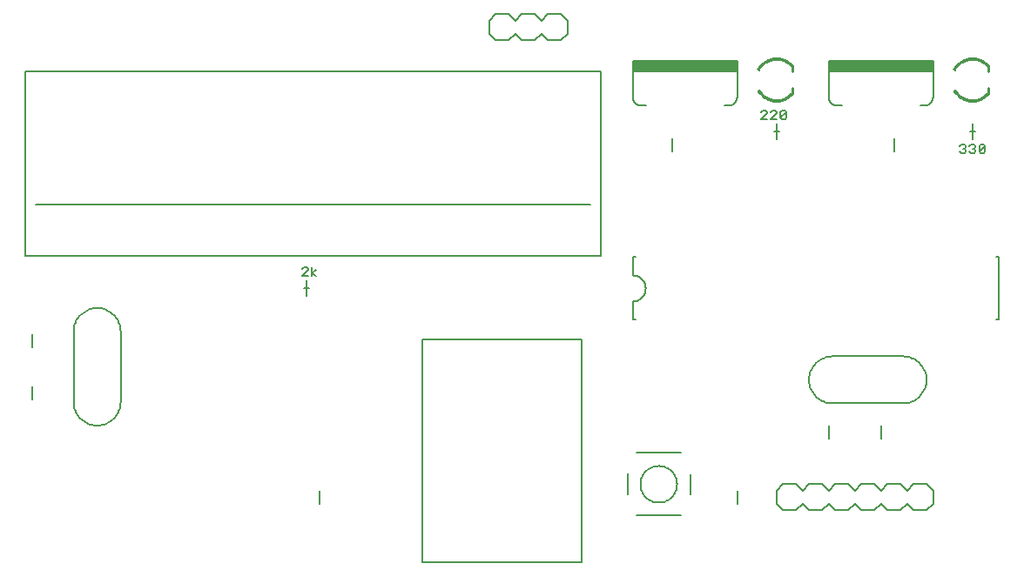
<source format=gto>
G75*
%MOIN*%
%OFA0B0*%
%FSLAX24Y24*%
%IPPOS*%
%LPD*%
%AMOC8*
5,1,8,0,0,1.08239X$1,22.5*
%
%ADD10C,0.0080*%
%ADD11R,0.4000X0.0400*%
%ADD12C,0.0010*%
%ADD13C,0.0100*%
%ADD14C,0.0060*%
%ADD15C,0.0050*%
D10*
X003780Y006650D02*
X003780Y009350D01*
X003782Y009409D01*
X003788Y009467D01*
X003797Y009526D01*
X003811Y009583D01*
X003828Y009639D01*
X003849Y009694D01*
X003873Y009748D01*
X003901Y009800D01*
X003932Y009850D01*
X003966Y009898D01*
X004003Y009943D01*
X004044Y009986D01*
X004087Y010027D01*
X004132Y010064D01*
X004180Y010098D01*
X004230Y010129D01*
X004282Y010157D01*
X004336Y010181D01*
X004391Y010202D01*
X004447Y010219D01*
X004504Y010233D01*
X004563Y010242D01*
X004621Y010248D01*
X004680Y010250D01*
X004739Y010248D01*
X004797Y010242D01*
X004856Y010233D01*
X004913Y010219D01*
X004969Y010202D01*
X005024Y010181D01*
X005078Y010157D01*
X005130Y010129D01*
X005180Y010098D01*
X005228Y010064D01*
X005273Y010027D01*
X005316Y009986D01*
X005357Y009943D01*
X005394Y009898D01*
X005428Y009850D01*
X005459Y009800D01*
X005487Y009748D01*
X005511Y009694D01*
X005532Y009639D01*
X005549Y009583D01*
X005563Y009526D01*
X005572Y009467D01*
X005578Y009409D01*
X005580Y009350D01*
X005580Y006650D01*
X005578Y006591D01*
X005572Y006533D01*
X005563Y006474D01*
X005549Y006417D01*
X005532Y006361D01*
X005511Y006306D01*
X005487Y006252D01*
X005459Y006200D01*
X005428Y006150D01*
X005394Y006102D01*
X005357Y006057D01*
X005316Y006014D01*
X005273Y005973D01*
X005228Y005936D01*
X005180Y005902D01*
X005130Y005871D01*
X005078Y005843D01*
X005024Y005819D01*
X004969Y005798D01*
X004913Y005781D01*
X004856Y005767D01*
X004797Y005758D01*
X004739Y005752D01*
X004680Y005750D01*
X004621Y005752D01*
X004563Y005758D01*
X004504Y005767D01*
X004447Y005781D01*
X004391Y005798D01*
X004336Y005819D01*
X004282Y005843D01*
X004230Y005871D01*
X004180Y005902D01*
X004132Y005936D01*
X004087Y005973D01*
X004044Y006014D01*
X004003Y006057D01*
X003966Y006102D01*
X003932Y006150D01*
X003901Y006200D01*
X003873Y006252D01*
X003849Y006306D01*
X003828Y006361D01*
X003811Y006417D01*
X003797Y006474D01*
X003788Y006533D01*
X003782Y006591D01*
X003780Y006650D01*
X002180Y006750D02*
X002180Y007250D01*
X002180Y008750D02*
X002180Y009250D01*
X012580Y011000D02*
X012680Y011000D01*
X012780Y011000D01*
X012680Y011000D02*
X012680Y010700D01*
X012680Y011000D02*
X012680Y011300D01*
X025180Y011500D02*
X025180Y012200D01*
X025280Y012200D01*
X025180Y011500D02*
X025224Y011498D01*
X025267Y011492D01*
X025309Y011483D01*
X025351Y011470D01*
X025391Y011453D01*
X025430Y011433D01*
X025467Y011410D01*
X025501Y011383D01*
X025534Y011354D01*
X025563Y011321D01*
X025590Y011287D01*
X025613Y011250D01*
X025633Y011211D01*
X025650Y011171D01*
X025663Y011129D01*
X025672Y011087D01*
X025678Y011044D01*
X025680Y011000D01*
X025678Y010956D01*
X025672Y010913D01*
X025663Y010871D01*
X025650Y010829D01*
X025633Y010789D01*
X025613Y010750D01*
X025590Y010713D01*
X025563Y010679D01*
X025534Y010646D01*
X025501Y010617D01*
X025467Y010590D01*
X025430Y010567D01*
X025391Y010547D01*
X025351Y010530D01*
X025309Y010517D01*
X025267Y010508D01*
X025224Y010502D01*
X025180Y010500D01*
X025180Y009800D01*
X025280Y009800D01*
X032680Y005750D02*
X032680Y005250D01*
X034680Y005250D02*
X034680Y005750D01*
X035530Y006600D02*
X032830Y006600D01*
X032771Y006602D01*
X032713Y006608D01*
X032654Y006617D01*
X032597Y006631D01*
X032541Y006648D01*
X032486Y006669D01*
X032432Y006693D01*
X032380Y006721D01*
X032330Y006752D01*
X032282Y006786D01*
X032237Y006823D01*
X032194Y006864D01*
X032153Y006907D01*
X032116Y006952D01*
X032082Y007000D01*
X032051Y007050D01*
X032023Y007102D01*
X031999Y007156D01*
X031978Y007211D01*
X031961Y007267D01*
X031947Y007324D01*
X031938Y007383D01*
X031932Y007441D01*
X031930Y007500D01*
X031932Y007559D01*
X031938Y007617D01*
X031947Y007676D01*
X031961Y007733D01*
X031978Y007789D01*
X031999Y007844D01*
X032023Y007898D01*
X032051Y007950D01*
X032082Y008000D01*
X032116Y008048D01*
X032153Y008093D01*
X032194Y008136D01*
X032237Y008177D01*
X032282Y008214D01*
X032330Y008248D01*
X032380Y008279D01*
X032432Y008307D01*
X032486Y008331D01*
X032541Y008352D01*
X032597Y008369D01*
X032654Y008383D01*
X032713Y008392D01*
X032771Y008398D01*
X032830Y008400D01*
X035530Y008400D01*
X035589Y008398D01*
X035647Y008392D01*
X035706Y008383D01*
X035763Y008369D01*
X035819Y008352D01*
X035874Y008331D01*
X035928Y008307D01*
X035980Y008279D01*
X036030Y008248D01*
X036078Y008214D01*
X036123Y008177D01*
X036166Y008136D01*
X036207Y008093D01*
X036244Y008048D01*
X036278Y008000D01*
X036309Y007950D01*
X036337Y007898D01*
X036361Y007844D01*
X036382Y007789D01*
X036399Y007733D01*
X036413Y007676D01*
X036422Y007617D01*
X036428Y007559D01*
X036430Y007500D01*
X036428Y007441D01*
X036422Y007383D01*
X036413Y007324D01*
X036399Y007267D01*
X036382Y007211D01*
X036361Y007156D01*
X036337Y007102D01*
X036309Y007050D01*
X036278Y007000D01*
X036244Y006952D01*
X036207Y006907D01*
X036166Y006864D01*
X036123Y006823D01*
X036078Y006786D01*
X036030Y006752D01*
X035980Y006721D01*
X035928Y006693D01*
X035874Y006669D01*
X035819Y006648D01*
X035763Y006631D01*
X035706Y006617D01*
X035647Y006608D01*
X035589Y006602D01*
X035530Y006600D01*
X035430Y003500D02*
X034930Y003500D01*
X034680Y003250D01*
X034430Y003500D01*
X033930Y003500D01*
X033680Y003250D01*
X033430Y003500D01*
X032930Y003500D01*
X032680Y003250D01*
X032430Y003500D01*
X031930Y003500D01*
X031680Y003250D01*
X031430Y003500D01*
X030930Y003500D01*
X030680Y003250D01*
X030680Y002750D01*
X030930Y002500D01*
X031430Y002500D01*
X031680Y002750D01*
X031930Y002500D01*
X032430Y002500D01*
X032680Y002750D01*
X032930Y002500D01*
X033430Y002500D01*
X033680Y002750D01*
X033930Y002500D01*
X034430Y002500D01*
X034680Y002750D01*
X034930Y002500D01*
X035430Y002500D01*
X035680Y002750D01*
X035930Y002500D01*
X036430Y002500D01*
X036680Y002750D01*
X036680Y003250D01*
X036430Y003500D01*
X035930Y003500D01*
X035680Y003250D01*
X035430Y003500D01*
X029180Y003250D02*
X029180Y002750D01*
X027380Y003100D02*
X027380Y003893D01*
X025480Y003500D02*
X025482Y003552D01*
X025488Y003604D01*
X025498Y003656D01*
X025511Y003706D01*
X025528Y003756D01*
X025549Y003804D01*
X025574Y003850D01*
X025602Y003894D01*
X025633Y003936D01*
X025667Y003976D01*
X025704Y004013D01*
X025744Y004047D01*
X025786Y004078D01*
X025830Y004106D01*
X025876Y004131D01*
X025924Y004152D01*
X025974Y004169D01*
X026024Y004182D01*
X026076Y004192D01*
X026128Y004198D01*
X026180Y004200D01*
X026232Y004198D01*
X026284Y004192D01*
X026336Y004182D01*
X026386Y004169D01*
X026436Y004152D01*
X026484Y004131D01*
X026530Y004106D01*
X026574Y004078D01*
X026616Y004047D01*
X026656Y004013D01*
X026693Y003976D01*
X026727Y003936D01*
X026758Y003894D01*
X026786Y003850D01*
X026811Y003804D01*
X026832Y003756D01*
X026849Y003706D01*
X026862Y003656D01*
X026872Y003604D01*
X026878Y003552D01*
X026880Y003500D01*
X026878Y003448D01*
X026872Y003396D01*
X026862Y003344D01*
X026849Y003294D01*
X026832Y003244D01*
X026811Y003196D01*
X026786Y003150D01*
X026758Y003106D01*
X026727Y003064D01*
X026693Y003024D01*
X026656Y002987D01*
X026616Y002953D01*
X026574Y002922D01*
X026530Y002894D01*
X026484Y002869D01*
X026436Y002848D01*
X026386Y002831D01*
X026336Y002818D01*
X026284Y002808D01*
X026232Y002802D01*
X026180Y002800D01*
X026128Y002802D01*
X026076Y002808D01*
X026024Y002818D01*
X025974Y002831D01*
X025924Y002848D01*
X025876Y002869D01*
X025830Y002894D01*
X025786Y002922D01*
X025744Y002953D01*
X025704Y002987D01*
X025667Y003024D01*
X025633Y003064D01*
X025602Y003106D01*
X025574Y003150D01*
X025549Y003196D01*
X025528Y003244D01*
X025511Y003294D01*
X025498Y003344D01*
X025488Y003396D01*
X025482Y003448D01*
X025480Y003500D01*
X024980Y003100D02*
X024980Y003905D01*
X025330Y004700D02*
X027030Y004700D01*
X027030Y002300D02*
X025330Y002300D01*
X013180Y002750D02*
X013180Y003250D01*
X026680Y016250D02*
X026680Y016750D01*
X025680Y018000D02*
X025530Y018000D01*
X025496Y018001D01*
X025461Y018005D01*
X025428Y018013D01*
X025395Y018024D01*
X025364Y018039D01*
X025334Y018056D01*
X025306Y018077D01*
X025280Y018100D01*
X025257Y018126D01*
X025236Y018154D01*
X025219Y018184D01*
X025204Y018215D01*
X025193Y018248D01*
X025185Y018281D01*
X025181Y018316D01*
X025180Y018350D01*
X025180Y019300D01*
X025180Y019700D01*
X029180Y019700D01*
X029180Y019300D01*
X025180Y019300D01*
X022680Y020750D02*
X022680Y021250D01*
X022430Y021500D01*
X021930Y021500D01*
X021680Y021250D01*
X021430Y021500D01*
X020930Y021500D01*
X020680Y021250D01*
X020430Y021500D01*
X019930Y021500D01*
X019680Y021250D01*
X019680Y020750D01*
X019930Y020500D01*
X020430Y020500D01*
X020680Y020750D01*
X020930Y020500D01*
X021430Y020500D01*
X021680Y020750D01*
X021930Y020500D01*
X022430Y020500D01*
X022680Y020750D01*
X028680Y018000D02*
X028830Y018000D01*
X028864Y018001D01*
X028899Y018005D01*
X028932Y018013D01*
X028965Y018024D01*
X028996Y018039D01*
X029026Y018056D01*
X029054Y018077D01*
X029080Y018100D01*
X029103Y018126D01*
X029124Y018154D01*
X029141Y018184D01*
X029156Y018215D01*
X029167Y018248D01*
X029175Y018281D01*
X029179Y018316D01*
X029180Y018350D01*
X029180Y019300D01*
X032680Y019300D02*
X032680Y018350D01*
X032681Y018316D01*
X032685Y018281D01*
X032693Y018248D01*
X032704Y018215D01*
X032719Y018184D01*
X032736Y018154D01*
X032757Y018126D01*
X032780Y018100D01*
X032806Y018077D01*
X032834Y018056D01*
X032864Y018039D01*
X032895Y018024D01*
X032928Y018013D01*
X032961Y018005D01*
X032996Y018001D01*
X033030Y018000D01*
X033180Y018000D01*
X035180Y016750D02*
X035180Y016250D01*
X036180Y018000D02*
X036330Y018000D01*
X036364Y018001D01*
X036399Y018005D01*
X036432Y018013D01*
X036465Y018024D01*
X036496Y018039D01*
X036526Y018056D01*
X036554Y018077D01*
X036580Y018100D01*
X036603Y018126D01*
X036624Y018154D01*
X036641Y018184D01*
X036656Y018215D01*
X036667Y018248D01*
X036675Y018281D01*
X036679Y018316D01*
X036680Y018350D01*
X036680Y019300D01*
X036680Y019700D01*
X032680Y019700D01*
X032680Y019300D01*
X036680Y019300D01*
X038180Y017300D02*
X038180Y017000D01*
X038080Y017000D01*
X038180Y017000D02*
X038180Y016700D01*
X038180Y017000D02*
X038280Y017000D01*
X030780Y017000D02*
X030680Y017000D01*
X030580Y017000D01*
X030680Y017000D02*
X030680Y016700D01*
X030680Y017000D02*
X030680Y017300D01*
X039080Y012200D02*
X039180Y012200D01*
X039180Y009800D01*
X039080Y009800D01*
D11*
X034680Y019500D03*
X027180Y019500D03*
D12*
X029949Y018577D02*
X030027Y018622D01*
X030027Y018621D02*
X030055Y018577D01*
X030086Y018535D01*
X030119Y018495D01*
X030155Y018457D01*
X030194Y018422D01*
X030235Y018390D01*
X030279Y018360D01*
X030324Y018334D01*
X030371Y018311D01*
X030419Y018291D01*
X030469Y018275D01*
X030519Y018262D01*
X030571Y018253D01*
X030623Y018247D01*
X030675Y018245D01*
X030676Y018156D01*
X030675Y018155D01*
X030620Y018157D01*
X030566Y018163D01*
X030511Y018172D01*
X030458Y018185D01*
X030406Y018201D01*
X030354Y018220D01*
X030304Y018243D01*
X030256Y018269D01*
X030209Y018298D01*
X030165Y018330D01*
X030122Y018365D01*
X030082Y018403D01*
X030045Y018443D01*
X030010Y018485D01*
X029978Y018530D01*
X029949Y018576D01*
X029957Y018581D01*
X029985Y018535D01*
X030017Y018491D01*
X030052Y018449D01*
X030089Y018409D01*
X030128Y018372D01*
X030170Y018337D01*
X030214Y018306D01*
X030260Y018277D01*
X030308Y018251D01*
X030358Y018229D01*
X030408Y018209D01*
X030460Y018193D01*
X030513Y018181D01*
X030567Y018172D01*
X030621Y018166D01*
X030675Y018164D01*
X030675Y018173D01*
X030621Y018175D01*
X030568Y018181D01*
X030515Y018190D01*
X030463Y018202D01*
X030411Y018218D01*
X030361Y018237D01*
X030312Y018259D01*
X030265Y018285D01*
X030219Y018313D01*
X030176Y018345D01*
X030134Y018379D01*
X030095Y018415D01*
X030058Y018455D01*
X030024Y018496D01*
X029993Y018540D01*
X029964Y018585D01*
X029972Y018590D01*
X030002Y018542D01*
X030036Y018496D01*
X030072Y018453D01*
X030112Y018412D01*
X030154Y018374D01*
X030198Y018339D01*
X030245Y018307D01*
X030294Y018279D01*
X030345Y018254D01*
X030398Y018232D01*
X030451Y018215D01*
X030506Y018201D01*
X030562Y018191D01*
X030618Y018184D01*
X030675Y018182D01*
X030675Y018191D01*
X030619Y018193D01*
X030563Y018199D01*
X030508Y018209D01*
X030454Y018223D01*
X030401Y018241D01*
X030349Y018262D01*
X030298Y018287D01*
X030250Y018315D01*
X030204Y018346D01*
X030159Y018381D01*
X030118Y018418D01*
X030079Y018459D01*
X030043Y018501D01*
X030010Y018547D01*
X029980Y018594D01*
X029988Y018599D01*
X030017Y018552D01*
X030050Y018507D01*
X030086Y018465D01*
X030124Y018425D01*
X030165Y018388D01*
X030209Y018353D01*
X030255Y018322D01*
X030303Y018295D01*
X030352Y018270D01*
X030404Y018249D01*
X030456Y018232D01*
X030510Y018218D01*
X030565Y018208D01*
X030620Y018202D01*
X030675Y018200D01*
X030675Y018209D01*
X030620Y018211D01*
X030566Y018217D01*
X030512Y018227D01*
X030459Y018241D01*
X030407Y018258D01*
X030356Y018278D01*
X030307Y018303D01*
X030260Y018330D01*
X030214Y018361D01*
X030171Y018394D01*
X030130Y018431D01*
X030092Y018471D01*
X030057Y018513D01*
X030025Y018557D01*
X029996Y018603D01*
X030004Y018608D01*
X030032Y018562D01*
X030064Y018518D01*
X030099Y018477D01*
X030137Y018438D01*
X030177Y018401D01*
X030219Y018368D01*
X030264Y018338D01*
X030311Y018310D01*
X030360Y018287D01*
X030410Y018266D01*
X030461Y018249D01*
X030514Y018236D01*
X030567Y018226D01*
X030621Y018220D01*
X030675Y018218D01*
X030675Y018227D01*
X030622Y018229D01*
X030568Y018235D01*
X030516Y018245D01*
X030464Y018258D01*
X030413Y018275D01*
X030363Y018295D01*
X030315Y018318D01*
X030269Y018345D01*
X030225Y018375D01*
X030183Y018408D01*
X030143Y018444D01*
X030106Y018483D01*
X030071Y018524D01*
X030040Y018567D01*
X030011Y018612D01*
X030019Y018617D01*
X030047Y018572D01*
X030078Y018529D01*
X030112Y018489D01*
X030149Y018451D01*
X030188Y018415D01*
X030230Y018383D01*
X030274Y018353D01*
X030320Y018326D01*
X030367Y018303D01*
X030416Y018283D01*
X030466Y018266D01*
X030518Y018253D01*
X030570Y018244D01*
X030622Y018238D01*
X030675Y018236D01*
X030675Y019844D02*
X030675Y019754D01*
X030675Y019755D02*
X030621Y019753D01*
X030568Y019747D01*
X030515Y019737D01*
X030463Y019723D01*
X030412Y019706D01*
X030363Y019685D01*
X030315Y019661D01*
X030269Y019633D01*
X030225Y019602D01*
X030183Y019568D01*
X030144Y019532D01*
X030107Y019492D01*
X030074Y019450D01*
X030043Y019406D01*
X030016Y019360D01*
X029937Y019402D01*
X029965Y019451D01*
X029997Y019497D01*
X030032Y019542D01*
X030069Y019584D01*
X030110Y019624D01*
X030153Y019660D01*
X030198Y019694D01*
X030245Y019725D01*
X030295Y019752D01*
X030346Y019776D01*
X030398Y019797D01*
X030452Y019814D01*
X030507Y019827D01*
X030562Y019837D01*
X030619Y019843D01*
X030675Y019845D01*
X030675Y019836D01*
X030619Y019834D01*
X030564Y019828D01*
X030509Y019818D01*
X030454Y019805D01*
X030401Y019788D01*
X030349Y019768D01*
X030299Y019744D01*
X030250Y019717D01*
X030203Y019687D01*
X030158Y019653D01*
X030116Y019617D01*
X030076Y019578D01*
X030039Y019536D01*
X030004Y019492D01*
X029973Y019446D01*
X029945Y019398D01*
X029953Y019394D01*
X029981Y019441D01*
X030012Y019487D01*
X030046Y019530D01*
X030082Y019572D01*
X030122Y019610D01*
X030164Y019646D01*
X030208Y019679D01*
X030254Y019709D01*
X030303Y019736D01*
X030353Y019759D01*
X030404Y019780D01*
X030457Y019796D01*
X030510Y019809D01*
X030565Y019819D01*
X030620Y019825D01*
X030675Y019827D01*
X030675Y019818D01*
X030620Y019816D01*
X030566Y019810D01*
X030512Y019801D01*
X030459Y019788D01*
X030407Y019771D01*
X030356Y019751D01*
X030307Y019728D01*
X030259Y019701D01*
X030213Y019672D01*
X030169Y019639D01*
X030128Y019604D01*
X030089Y019565D01*
X030052Y019525D01*
X030019Y019482D01*
X029988Y019436D01*
X029961Y019389D01*
X029969Y019385D01*
X029996Y019432D01*
X030026Y019476D01*
X030059Y019519D01*
X030095Y019559D01*
X030134Y019597D01*
X030175Y019632D01*
X030218Y019664D01*
X030264Y019694D01*
X030311Y019720D01*
X030360Y019743D01*
X030410Y019763D01*
X030462Y019779D01*
X030514Y019792D01*
X030567Y019801D01*
X030621Y019807D01*
X030675Y019809D01*
X030675Y019800D01*
X030622Y019798D01*
X030569Y019792D01*
X030516Y019783D01*
X030464Y019770D01*
X030413Y019754D01*
X030363Y019735D01*
X030315Y019712D01*
X030268Y019686D01*
X030224Y019657D01*
X030181Y019625D01*
X030140Y019590D01*
X030102Y019553D01*
X030066Y019513D01*
X030033Y019471D01*
X030003Y019427D01*
X029976Y019381D01*
X029984Y019377D01*
X030011Y019422D01*
X030041Y019466D01*
X030073Y019507D01*
X030108Y019547D01*
X030146Y019584D01*
X030186Y019618D01*
X030229Y019650D01*
X030273Y019678D01*
X030319Y019704D01*
X030367Y019726D01*
X030416Y019746D01*
X030466Y019762D01*
X030518Y019774D01*
X030570Y019783D01*
X030622Y019789D01*
X030675Y019791D01*
X030675Y019782D01*
X030619Y019780D01*
X030564Y019773D01*
X030509Y019763D01*
X030455Y019749D01*
X030403Y019731D01*
X030351Y019710D01*
X030302Y019684D01*
X030254Y019656D01*
X030208Y019624D01*
X030165Y019589D01*
X030125Y019551D01*
X030087Y019510D01*
X030052Y019466D01*
X030021Y019420D01*
X029992Y019372D01*
X030000Y019368D01*
X030028Y019416D01*
X030059Y019461D01*
X030094Y019504D01*
X030131Y019544D01*
X030171Y019582D01*
X030214Y019617D01*
X030259Y019648D01*
X030306Y019677D01*
X030355Y019701D01*
X030406Y019723D01*
X030458Y019740D01*
X030511Y019754D01*
X030565Y019764D01*
X030620Y019771D01*
X030675Y019773D01*
X030675Y019764D01*
X030621Y019762D01*
X030567Y019756D01*
X030513Y019746D01*
X030461Y019732D01*
X030409Y019714D01*
X030359Y019693D01*
X030310Y019669D01*
X030264Y019641D01*
X030219Y019609D01*
X030177Y019575D01*
X030138Y019538D01*
X030101Y019498D01*
X030067Y019456D01*
X030036Y019411D01*
X030008Y019364D01*
X031325Y019544D02*
X031256Y019487D01*
X031257Y019487D02*
X031220Y019527D01*
X031181Y019565D01*
X031139Y019599D01*
X031095Y019631D01*
X031049Y019659D01*
X031000Y019684D01*
X030950Y019705D01*
X030899Y019723D01*
X030846Y019736D01*
X030793Y019746D01*
X030739Y019753D01*
X030685Y019755D01*
X030684Y019844D01*
X030685Y019845D01*
X030741Y019843D01*
X030797Y019837D01*
X030852Y019827D01*
X030907Y019814D01*
X030960Y019797D01*
X031013Y019777D01*
X031064Y019753D01*
X031113Y019726D01*
X031160Y019695D01*
X031205Y019662D01*
X031248Y019626D01*
X031288Y019587D01*
X031326Y019545D01*
X031319Y019539D01*
X031282Y019580D01*
X031242Y019619D01*
X031200Y019655D01*
X031155Y019688D01*
X031108Y019718D01*
X031060Y019745D01*
X031009Y019768D01*
X030957Y019789D01*
X030904Y019805D01*
X030850Y019818D01*
X030796Y019828D01*
X030741Y019834D01*
X030685Y019836D01*
X030685Y019827D01*
X030740Y019825D01*
X030795Y019819D01*
X030849Y019810D01*
X030902Y019797D01*
X030954Y019780D01*
X031006Y019760D01*
X031055Y019737D01*
X031104Y019710D01*
X031150Y019681D01*
X031194Y019648D01*
X031236Y019612D01*
X031275Y019574D01*
X031312Y019533D01*
X031305Y019528D01*
X031269Y019568D01*
X031230Y019606D01*
X031188Y019641D01*
X031145Y019673D01*
X031099Y019703D01*
X031051Y019729D01*
X031002Y019752D01*
X030952Y019772D01*
X030900Y019788D01*
X030847Y019801D01*
X030793Y019810D01*
X030739Y019816D01*
X030685Y019818D01*
X030685Y019809D01*
X030739Y019807D01*
X030792Y019801D01*
X030845Y019792D01*
X030897Y019779D01*
X030949Y019763D01*
X030999Y019744D01*
X031047Y019721D01*
X031094Y019695D01*
X031140Y019666D01*
X031183Y019634D01*
X031224Y019599D01*
X031262Y019562D01*
X031298Y019522D01*
X031291Y019516D01*
X031256Y019555D01*
X031218Y019592D01*
X031177Y019627D01*
X031134Y019658D01*
X031090Y019687D01*
X031043Y019713D01*
X030995Y019735D01*
X030946Y019755D01*
X030895Y019771D01*
X030843Y019783D01*
X030791Y019792D01*
X030738Y019798D01*
X030685Y019800D01*
X030685Y019791D01*
X030737Y019789D01*
X030790Y019783D01*
X030841Y019774D01*
X030892Y019762D01*
X030943Y019746D01*
X030992Y019727D01*
X031039Y019705D01*
X031085Y019679D01*
X031129Y019651D01*
X031171Y019620D01*
X031212Y019586D01*
X031249Y019549D01*
X031284Y019510D01*
X031278Y019504D01*
X031243Y019543D01*
X031205Y019579D01*
X031166Y019613D01*
X031124Y019644D01*
X031080Y019672D01*
X031035Y019697D01*
X030988Y019719D01*
X030940Y019738D01*
X030890Y019753D01*
X030840Y019766D01*
X030788Y019774D01*
X030737Y019780D01*
X030685Y019782D01*
X030685Y019773D01*
X030736Y019771D01*
X030787Y019766D01*
X030838Y019757D01*
X030888Y019745D01*
X030937Y019729D01*
X030984Y019711D01*
X031031Y019689D01*
X031076Y019664D01*
X031119Y019636D01*
X031160Y019606D01*
X031199Y019573D01*
X031236Y019537D01*
X031271Y019499D01*
X031264Y019493D01*
X031227Y019534D01*
X031187Y019572D01*
X031145Y019606D01*
X031100Y019638D01*
X031053Y019667D01*
X031004Y019692D01*
X030953Y019713D01*
X030902Y019731D01*
X030848Y019745D01*
X030794Y019755D01*
X030740Y019762D01*
X030685Y019764D01*
X030684Y018156D02*
X030684Y018246D01*
X030685Y018245D02*
X030739Y018247D01*
X030792Y018253D01*
X030845Y018263D01*
X030897Y018277D01*
X030948Y018294D01*
X030998Y018315D01*
X031046Y018339D01*
X031092Y018367D01*
X031136Y018398D01*
X031177Y018432D01*
X031217Y018469D01*
X031253Y018508D01*
X031321Y018451D01*
X031322Y018450D01*
X031284Y018409D01*
X031244Y018371D01*
X031201Y018335D01*
X031156Y018302D01*
X031109Y018272D01*
X031061Y018246D01*
X031010Y018222D01*
X030958Y018202D01*
X030905Y018186D01*
X030851Y018172D01*
X030796Y018163D01*
X030741Y018157D01*
X030685Y018155D01*
X030685Y018164D01*
X030740Y018166D01*
X030795Y018172D01*
X030849Y018181D01*
X030903Y018194D01*
X030955Y018211D01*
X031007Y018230D01*
X031057Y018254D01*
X031105Y018280D01*
X031151Y018310D01*
X031196Y018342D01*
X031238Y018377D01*
X031278Y018416D01*
X031315Y018456D01*
X031308Y018462D01*
X031271Y018422D01*
X031232Y018384D01*
X031190Y018349D01*
X031146Y018317D01*
X031100Y018288D01*
X031052Y018262D01*
X031003Y018239D01*
X030952Y018219D01*
X030900Y018203D01*
X030847Y018190D01*
X030794Y018181D01*
X030739Y018175D01*
X030685Y018173D01*
X030685Y018182D01*
X030739Y018184D01*
X030792Y018190D01*
X030845Y018199D01*
X030898Y018212D01*
X030949Y018228D01*
X031000Y018247D01*
X031048Y018270D01*
X031096Y018295D01*
X031141Y018324D01*
X031185Y018356D01*
X031226Y018391D01*
X031265Y018428D01*
X031301Y018468D01*
X031294Y018474D01*
X031258Y018434D01*
X031220Y018397D01*
X031179Y018363D01*
X031136Y018332D01*
X031091Y018303D01*
X031044Y018278D01*
X030996Y018255D01*
X030946Y018236D01*
X030895Y018220D01*
X030844Y018208D01*
X030791Y018199D01*
X030738Y018193D01*
X030685Y018191D01*
X030685Y018200D01*
X030738Y018202D01*
X030790Y018208D01*
X030842Y018217D01*
X030893Y018229D01*
X030943Y018245D01*
X030993Y018264D01*
X031040Y018286D01*
X031087Y018311D01*
X031131Y018339D01*
X031173Y018370D01*
X031214Y018404D01*
X031252Y018441D01*
X031287Y018479D01*
X031281Y018485D01*
X031245Y018447D01*
X031208Y018411D01*
X031168Y018377D01*
X031126Y018347D01*
X031082Y018319D01*
X031036Y018294D01*
X030989Y018272D01*
X030940Y018253D01*
X030891Y018238D01*
X030840Y018225D01*
X030789Y018217D01*
X030737Y018211D01*
X030685Y018209D01*
X030685Y018218D01*
X030741Y018220D01*
X030796Y018227D01*
X030851Y018237D01*
X030905Y018251D01*
X030958Y018269D01*
X031009Y018291D01*
X031059Y018316D01*
X031107Y018345D01*
X031152Y018377D01*
X031195Y018412D01*
X031236Y018450D01*
X031274Y018491D01*
X031267Y018497D01*
X031230Y018456D01*
X031189Y018419D01*
X031147Y018384D01*
X031102Y018352D01*
X031054Y018324D01*
X031005Y018299D01*
X030954Y018277D01*
X030902Y018260D01*
X030849Y018246D01*
X030795Y018236D01*
X030740Y018229D01*
X030685Y018227D01*
X030685Y018236D01*
X030739Y018238D01*
X030793Y018244D01*
X030847Y018254D01*
X030900Y018268D01*
X030951Y018286D01*
X031001Y018307D01*
X031050Y018332D01*
X031097Y018360D01*
X031141Y018391D01*
X031183Y018425D01*
X031223Y018463D01*
X031260Y018503D01*
X037449Y018577D02*
X037527Y018622D01*
X037527Y018621D02*
X037555Y018577D01*
X037586Y018535D01*
X037619Y018495D01*
X037655Y018457D01*
X037694Y018422D01*
X037735Y018390D01*
X037779Y018360D01*
X037824Y018334D01*
X037871Y018311D01*
X037919Y018291D01*
X037969Y018275D01*
X038019Y018262D01*
X038071Y018253D01*
X038123Y018247D01*
X038175Y018245D01*
X038176Y018156D01*
X038175Y018155D01*
X038120Y018157D01*
X038066Y018163D01*
X038011Y018172D01*
X037958Y018185D01*
X037906Y018201D01*
X037854Y018220D01*
X037804Y018243D01*
X037756Y018269D01*
X037709Y018298D01*
X037665Y018330D01*
X037622Y018365D01*
X037582Y018403D01*
X037545Y018443D01*
X037510Y018485D01*
X037478Y018530D01*
X037449Y018576D01*
X037457Y018581D01*
X037485Y018535D01*
X037517Y018491D01*
X037552Y018449D01*
X037589Y018409D01*
X037628Y018372D01*
X037670Y018337D01*
X037714Y018306D01*
X037760Y018277D01*
X037808Y018251D01*
X037858Y018229D01*
X037908Y018209D01*
X037960Y018193D01*
X038013Y018181D01*
X038067Y018172D01*
X038121Y018166D01*
X038175Y018164D01*
X038175Y018173D01*
X038121Y018175D01*
X038068Y018181D01*
X038015Y018190D01*
X037963Y018202D01*
X037911Y018218D01*
X037861Y018237D01*
X037812Y018259D01*
X037765Y018285D01*
X037719Y018313D01*
X037676Y018345D01*
X037634Y018379D01*
X037595Y018415D01*
X037558Y018455D01*
X037524Y018496D01*
X037493Y018540D01*
X037464Y018585D01*
X037472Y018590D01*
X037502Y018542D01*
X037536Y018496D01*
X037572Y018453D01*
X037612Y018412D01*
X037654Y018374D01*
X037698Y018339D01*
X037745Y018307D01*
X037794Y018279D01*
X037845Y018254D01*
X037898Y018232D01*
X037951Y018215D01*
X038006Y018201D01*
X038062Y018191D01*
X038118Y018184D01*
X038175Y018182D01*
X038175Y018191D01*
X038119Y018193D01*
X038063Y018199D01*
X038008Y018209D01*
X037954Y018223D01*
X037901Y018241D01*
X037849Y018262D01*
X037798Y018287D01*
X037750Y018315D01*
X037704Y018346D01*
X037659Y018381D01*
X037618Y018418D01*
X037579Y018459D01*
X037543Y018501D01*
X037510Y018547D01*
X037480Y018594D01*
X037488Y018599D01*
X037517Y018552D01*
X037550Y018507D01*
X037586Y018465D01*
X037624Y018425D01*
X037665Y018388D01*
X037709Y018353D01*
X037755Y018322D01*
X037803Y018295D01*
X037852Y018270D01*
X037904Y018249D01*
X037956Y018232D01*
X038010Y018218D01*
X038065Y018208D01*
X038120Y018202D01*
X038175Y018200D01*
X038175Y018209D01*
X038120Y018211D01*
X038066Y018217D01*
X038012Y018227D01*
X037959Y018241D01*
X037907Y018258D01*
X037856Y018278D01*
X037807Y018303D01*
X037760Y018330D01*
X037714Y018361D01*
X037671Y018394D01*
X037630Y018431D01*
X037592Y018471D01*
X037557Y018513D01*
X037525Y018557D01*
X037496Y018603D01*
X037504Y018608D01*
X037532Y018562D01*
X037564Y018518D01*
X037599Y018477D01*
X037637Y018438D01*
X037677Y018401D01*
X037719Y018368D01*
X037764Y018338D01*
X037811Y018310D01*
X037860Y018287D01*
X037910Y018266D01*
X037961Y018249D01*
X038014Y018236D01*
X038067Y018226D01*
X038121Y018220D01*
X038175Y018218D01*
X038175Y018227D01*
X038122Y018229D01*
X038068Y018235D01*
X038016Y018245D01*
X037964Y018258D01*
X037913Y018275D01*
X037863Y018295D01*
X037815Y018318D01*
X037769Y018345D01*
X037725Y018375D01*
X037683Y018408D01*
X037643Y018444D01*
X037606Y018483D01*
X037571Y018524D01*
X037540Y018567D01*
X037511Y018612D01*
X037519Y018617D01*
X037547Y018572D01*
X037578Y018529D01*
X037612Y018489D01*
X037649Y018451D01*
X037688Y018415D01*
X037730Y018383D01*
X037774Y018353D01*
X037820Y018326D01*
X037867Y018303D01*
X037916Y018283D01*
X037966Y018266D01*
X038018Y018253D01*
X038070Y018244D01*
X038122Y018238D01*
X038175Y018236D01*
X038175Y019844D02*
X038175Y019754D01*
X038175Y019755D02*
X038121Y019753D01*
X038068Y019747D01*
X038015Y019737D01*
X037963Y019723D01*
X037912Y019706D01*
X037863Y019685D01*
X037815Y019661D01*
X037769Y019633D01*
X037725Y019602D01*
X037683Y019568D01*
X037644Y019532D01*
X037607Y019492D01*
X037574Y019450D01*
X037543Y019406D01*
X037516Y019360D01*
X037437Y019402D01*
X037465Y019451D01*
X037497Y019497D01*
X037532Y019542D01*
X037569Y019584D01*
X037610Y019624D01*
X037653Y019660D01*
X037698Y019694D01*
X037745Y019725D01*
X037795Y019752D01*
X037846Y019776D01*
X037898Y019797D01*
X037952Y019814D01*
X038007Y019827D01*
X038062Y019837D01*
X038119Y019843D01*
X038175Y019845D01*
X038175Y019836D01*
X038119Y019834D01*
X038064Y019828D01*
X038009Y019818D01*
X037954Y019805D01*
X037901Y019788D01*
X037849Y019768D01*
X037799Y019744D01*
X037750Y019717D01*
X037703Y019687D01*
X037658Y019653D01*
X037616Y019617D01*
X037576Y019578D01*
X037539Y019536D01*
X037504Y019492D01*
X037473Y019446D01*
X037445Y019398D01*
X037453Y019394D01*
X037481Y019441D01*
X037512Y019487D01*
X037546Y019530D01*
X037582Y019572D01*
X037622Y019610D01*
X037664Y019646D01*
X037708Y019679D01*
X037754Y019709D01*
X037803Y019736D01*
X037853Y019759D01*
X037904Y019780D01*
X037957Y019796D01*
X038010Y019809D01*
X038065Y019819D01*
X038120Y019825D01*
X038175Y019827D01*
X038175Y019818D01*
X038120Y019816D01*
X038066Y019810D01*
X038012Y019801D01*
X037959Y019788D01*
X037907Y019771D01*
X037856Y019751D01*
X037807Y019728D01*
X037759Y019701D01*
X037713Y019672D01*
X037669Y019639D01*
X037628Y019604D01*
X037589Y019565D01*
X037552Y019525D01*
X037519Y019482D01*
X037488Y019436D01*
X037461Y019389D01*
X037469Y019385D01*
X037496Y019432D01*
X037526Y019476D01*
X037559Y019519D01*
X037595Y019559D01*
X037634Y019597D01*
X037675Y019632D01*
X037718Y019664D01*
X037764Y019694D01*
X037811Y019720D01*
X037860Y019743D01*
X037910Y019763D01*
X037962Y019779D01*
X038014Y019792D01*
X038067Y019801D01*
X038121Y019807D01*
X038175Y019809D01*
X038175Y019800D01*
X038122Y019798D01*
X038069Y019792D01*
X038016Y019783D01*
X037964Y019770D01*
X037913Y019754D01*
X037863Y019735D01*
X037815Y019712D01*
X037768Y019686D01*
X037724Y019657D01*
X037681Y019625D01*
X037640Y019590D01*
X037602Y019553D01*
X037566Y019513D01*
X037533Y019471D01*
X037503Y019427D01*
X037476Y019381D01*
X037484Y019377D01*
X037511Y019422D01*
X037541Y019466D01*
X037573Y019507D01*
X037608Y019547D01*
X037646Y019584D01*
X037686Y019618D01*
X037729Y019650D01*
X037773Y019678D01*
X037819Y019704D01*
X037867Y019726D01*
X037916Y019746D01*
X037966Y019762D01*
X038018Y019774D01*
X038070Y019783D01*
X038122Y019789D01*
X038175Y019791D01*
X038175Y019782D01*
X038119Y019780D01*
X038064Y019773D01*
X038009Y019763D01*
X037955Y019749D01*
X037903Y019731D01*
X037851Y019710D01*
X037802Y019684D01*
X037754Y019656D01*
X037708Y019624D01*
X037665Y019589D01*
X037625Y019551D01*
X037587Y019510D01*
X037552Y019466D01*
X037521Y019420D01*
X037492Y019372D01*
X037500Y019368D01*
X037528Y019416D01*
X037559Y019461D01*
X037594Y019504D01*
X037631Y019544D01*
X037671Y019582D01*
X037714Y019617D01*
X037759Y019648D01*
X037806Y019677D01*
X037855Y019701D01*
X037906Y019723D01*
X037958Y019740D01*
X038011Y019754D01*
X038065Y019764D01*
X038120Y019771D01*
X038175Y019773D01*
X038175Y019764D01*
X038121Y019762D01*
X038067Y019756D01*
X038013Y019746D01*
X037961Y019732D01*
X037909Y019714D01*
X037859Y019693D01*
X037810Y019669D01*
X037764Y019641D01*
X037719Y019609D01*
X037677Y019575D01*
X037638Y019538D01*
X037601Y019498D01*
X037567Y019456D01*
X037536Y019411D01*
X037508Y019364D01*
X038825Y019544D02*
X038756Y019487D01*
X038757Y019487D02*
X038720Y019527D01*
X038681Y019565D01*
X038639Y019599D01*
X038595Y019631D01*
X038549Y019659D01*
X038500Y019684D01*
X038450Y019705D01*
X038399Y019723D01*
X038346Y019736D01*
X038293Y019746D01*
X038239Y019753D01*
X038185Y019755D01*
X038184Y019844D01*
X038185Y019845D01*
X038241Y019843D01*
X038297Y019837D01*
X038352Y019827D01*
X038407Y019814D01*
X038460Y019797D01*
X038513Y019777D01*
X038564Y019753D01*
X038613Y019726D01*
X038660Y019695D01*
X038705Y019662D01*
X038748Y019626D01*
X038788Y019587D01*
X038826Y019545D01*
X038819Y019539D01*
X038782Y019580D01*
X038742Y019619D01*
X038700Y019655D01*
X038655Y019688D01*
X038608Y019718D01*
X038560Y019745D01*
X038509Y019768D01*
X038457Y019789D01*
X038404Y019805D01*
X038350Y019818D01*
X038296Y019828D01*
X038241Y019834D01*
X038185Y019836D01*
X038185Y019827D01*
X038240Y019825D01*
X038295Y019819D01*
X038349Y019810D01*
X038402Y019797D01*
X038454Y019780D01*
X038506Y019760D01*
X038555Y019737D01*
X038604Y019710D01*
X038650Y019681D01*
X038694Y019648D01*
X038736Y019612D01*
X038775Y019574D01*
X038812Y019533D01*
X038805Y019528D01*
X038769Y019568D01*
X038730Y019606D01*
X038688Y019641D01*
X038645Y019673D01*
X038599Y019703D01*
X038551Y019729D01*
X038502Y019752D01*
X038452Y019772D01*
X038400Y019788D01*
X038347Y019801D01*
X038293Y019810D01*
X038239Y019816D01*
X038185Y019818D01*
X038185Y019809D01*
X038239Y019807D01*
X038292Y019801D01*
X038345Y019792D01*
X038397Y019779D01*
X038449Y019763D01*
X038499Y019744D01*
X038547Y019721D01*
X038594Y019695D01*
X038640Y019666D01*
X038683Y019634D01*
X038724Y019599D01*
X038762Y019562D01*
X038798Y019522D01*
X038791Y019516D01*
X038756Y019555D01*
X038718Y019592D01*
X038677Y019627D01*
X038634Y019658D01*
X038590Y019687D01*
X038543Y019713D01*
X038495Y019735D01*
X038446Y019755D01*
X038395Y019771D01*
X038343Y019783D01*
X038291Y019792D01*
X038238Y019798D01*
X038185Y019800D01*
X038185Y019791D01*
X038237Y019789D01*
X038290Y019783D01*
X038341Y019774D01*
X038392Y019762D01*
X038443Y019746D01*
X038492Y019727D01*
X038539Y019705D01*
X038585Y019679D01*
X038629Y019651D01*
X038671Y019620D01*
X038712Y019586D01*
X038749Y019549D01*
X038784Y019510D01*
X038778Y019504D01*
X038743Y019543D01*
X038705Y019579D01*
X038666Y019613D01*
X038624Y019644D01*
X038580Y019672D01*
X038535Y019697D01*
X038488Y019719D01*
X038440Y019738D01*
X038390Y019753D01*
X038340Y019766D01*
X038288Y019774D01*
X038237Y019780D01*
X038185Y019782D01*
X038185Y019773D01*
X038236Y019771D01*
X038287Y019766D01*
X038338Y019757D01*
X038388Y019745D01*
X038437Y019729D01*
X038484Y019711D01*
X038531Y019689D01*
X038576Y019664D01*
X038619Y019636D01*
X038660Y019606D01*
X038699Y019573D01*
X038736Y019537D01*
X038771Y019499D01*
X038764Y019493D01*
X038727Y019534D01*
X038687Y019572D01*
X038645Y019606D01*
X038600Y019638D01*
X038553Y019667D01*
X038504Y019692D01*
X038453Y019713D01*
X038402Y019731D01*
X038348Y019745D01*
X038294Y019755D01*
X038240Y019762D01*
X038185Y019764D01*
X038184Y018156D02*
X038184Y018246D01*
X038185Y018245D02*
X038239Y018247D01*
X038292Y018253D01*
X038345Y018263D01*
X038397Y018277D01*
X038448Y018294D01*
X038498Y018315D01*
X038546Y018339D01*
X038592Y018367D01*
X038636Y018398D01*
X038677Y018432D01*
X038717Y018469D01*
X038753Y018508D01*
X038821Y018451D01*
X038822Y018450D01*
X038784Y018409D01*
X038744Y018371D01*
X038701Y018335D01*
X038656Y018302D01*
X038609Y018272D01*
X038561Y018246D01*
X038510Y018222D01*
X038458Y018202D01*
X038405Y018186D01*
X038351Y018172D01*
X038296Y018163D01*
X038241Y018157D01*
X038185Y018155D01*
X038185Y018164D01*
X038240Y018166D01*
X038295Y018172D01*
X038349Y018181D01*
X038403Y018194D01*
X038455Y018211D01*
X038507Y018230D01*
X038557Y018254D01*
X038605Y018280D01*
X038651Y018310D01*
X038696Y018342D01*
X038738Y018377D01*
X038778Y018416D01*
X038815Y018456D01*
X038808Y018462D01*
X038771Y018422D01*
X038732Y018384D01*
X038690Y018349D01*
X038646Y018317D01*
X038600Y018288D01*
X038552Y018262D01*
X038503Y018239D01*
X038452Y018219D01*
X038400Y018203D01*
X038347Y018190D01*
X038294Y018181D01*
X038239Y018175D01*
X038185Y018173D01*
X038185Y018182D01*
X038239Y018184D01*
X038292Y018190D01*
X038345Y018199D01*
X038398Y018212D01*
X038449Y018228D01*
X038500Y018247D01*
X038548Y018270D01*
X038596Y018295D01*
X038641Y018324D01*
X038685Y018356D01*
X038726Y018391D01*
X038765Y018428D01*
X038801Y018468D01*
X038794Y018474D01*
X038758Y018434D01*
X038720Y018397D01*
X038679Y018363D01*
X038636Y018332D01*
X038591Y018303D01*
X038544Y018278D01*
X038496Y018255D01*
X038446Y018236D01*
X038395Y018220D01*
X038344Y018208D01*
X038291Y018199D01*
X038238Y018193D01*
X038185Y018191D01*
X038185Y018200D01*
X038238Y018202D01*
X038290Y018208D01*
X038342Y018217D01*
X038393Y018229D01*
X038443Y018245D01*
X038493Y018264D01*
X038540Y018286D01*
X038587Y018311D01*
X038631Y018339D01*
X038673Y018370D01*
X038714Y018404D01*
X038752Y018441D01*
X038787Y018479D01*
X038781Y018485D01*
X038745Y018447D01*
X038708Y018411D01*
X038668Y018377D01*
X038626Y018347D01*
X038582Y018319D01*
X038536Y018294D01*
X038489Y018272D01*
X038440Y018253D01*
X038391Y018238D01*
X038340Y018225D01*
X038289Y018217D01*
X038237Y018211D01*
X038185Y018209D01*
X038185Y018218D01*
X038241Y018220D01*
X038296Y018227D01*
X038351Y018237D01*
X038405Y018251D01*
X038458Y018269D01*
X038509Y018291D01*
X038559Y018316D01*
X038607Y018345D01*
X038652Y018377D01*
X038695Y018412D01*
X038736Y018450D01*
X038774Y018491D01*
X038767Y018497D01*
X038730Y018456D01*
X038689Y018419D01*
X038647Y018384D01*
X038602Y018352D01*
X038554Y018324D01*
X038505Y018299D01*
X038454Y018277D01*
X038402Y018260D01*
X038349Y018246D01*
X038295Y018236D01*
X038240Y018229D01*
X038185Y018227D01*
X038185Y018236D01*
X038239Y018238D01*
X038293Y018244D01*
X038347Y018254D01*
X038400Y018268D01*
X038451Y018286D01*
X038501Y018307D01*
X038550Y018332D01*
X038597Y018360D01*
X038641Y018391D01*
X038683Y018425D01*
X038723Y018463D01*
X038760Y018503D01*
D13*
X038800Y018490D02*
X038800Y018670D01*
X038800Y019310D02*
X038800Y019510D01*
X031300Y019510D02*
X031300Y019310D01*
X031300Y018670D02*
X031300Y018490D01*
D14*
X031012Y017820D02*
X031069Y017764D01*
X030842Y017537D01*
X030898Y017480D01*
X031012Y017480D01*
X031069Y017537D01*
X031069Y017764D01*
X031012Y017820D02*
X030898Y017820D01*
X030842Y017764D01*
X030842Y017537D01*
X030700Y017480D02*
X030473Y017480D01*
X030700Y017707D01*
X030700Y017764D01*
X030644Y017820D01*
X030530Y017820D01*
X030473Y017764D01*
X030332Y017764D02*
X030275Y017820D01*
X030162Y017820D01*
X030105Y017764D01*
X030332Y017764D02*
X030332Y017707D01*
X030105Y017480D01*
X030332Y017480D01*
X037710Y016464D02*
X037767Y016520D01*
X037880Y016520D01*
X037937Y016464D01*
X037937Y016407D01*
X037880Y016350D01*
X037937Y016293D01*
X037937Y016237D01*
X037880Y016180D01*
X037767Y016180D01*
X037710Y016237D01*
X037823Y016350D02*
X037880Y016350D01*
X038078Y016237D02*
X038135Y016180D01*
X038248Y016180D01*
X038305Y016237D01*
X038305Y016293D01*
X038248Y016350D01*
X038192Y016350D01*
X038248Y016350D02*
X038305Y016407D01*
X038305Y016464D01*
X038248Y016520D01*
X038135Y016520D01*
X038078Y016464D01*
X038447Y016464D02*
X038447Y016237D01*
X038673Y016464D01*
X038673Y016237D01*
X038617Y016180D01*
X038503Y016180D01*
X038447Y016237D01*
X038447Y016464D02*
X038503Y016520D01*
X038617Y016520D01*
X038673Y016464D01*
X013073Y011707D02*
X012903Y011593D01*
X013073Y011480D01*
X012903Y011480D02*
X012903Y011820D01*
X012762Y011764D02*
X012705Y011820D01*
X012591Y011820D01*
X012535Y011764D01*
X012762Y011764D02*
X012762Y011707D01*
X012535Y011480D01*
X012762Y011480D01*
D15*
X017129Y009063D02*
X023231Y009063D01*
X023231Y000500D01*
X017129Y000500D01*
X017129Y009063D01*
X023967Y012244D02*
X001920Y012244D01*
X001920Y019331D01*
X023967Y019331D01*
X023967Y012244D01*
X023574Y014213D02*
X002314Y014213D01*
M02*

</source>
